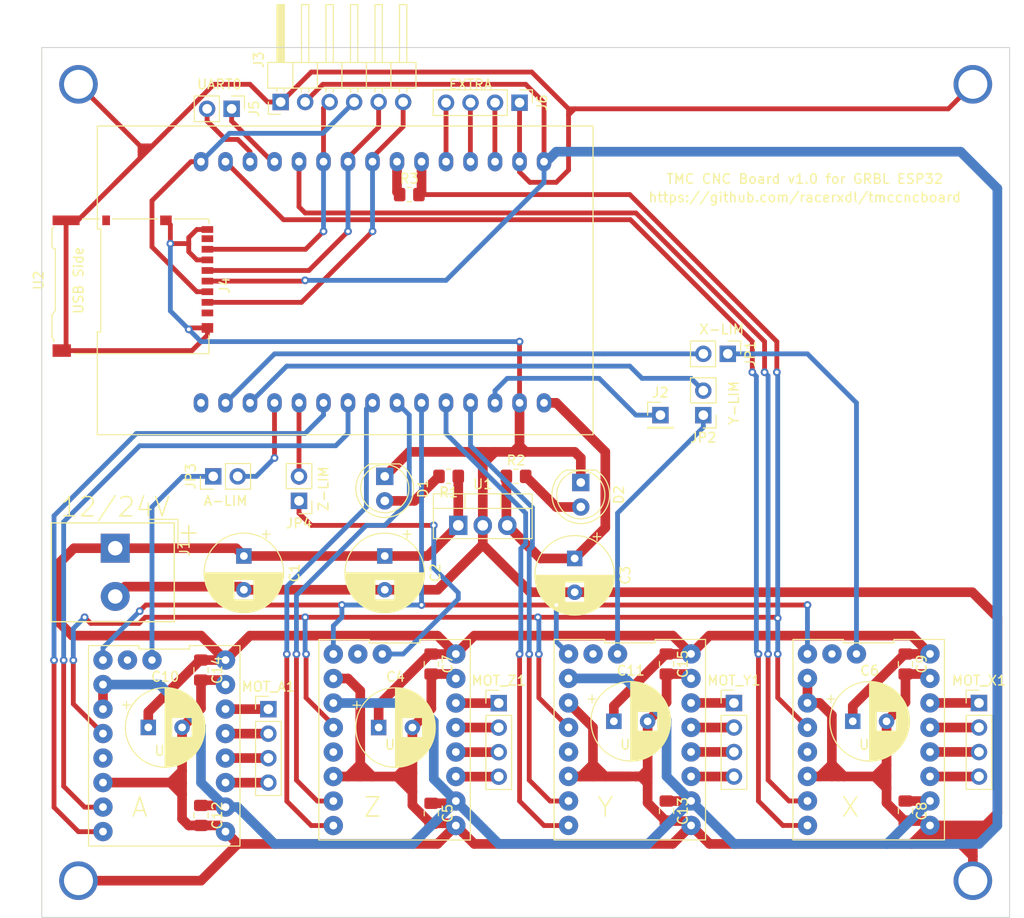
<source format=kicad_pcb>
(kicad_pcb (version 20211014) (generator pcbnew)
  (title_block (title "GRBL-ESP32 CNC Board for TMC2209 with Stallguard") (date "2022-01-01") (rev "1") (company "Teske's Lab"))
  (layers (0 "F.Cu" signal "cobre frontal") (31 "B.Cu" signal "Cobre traseira") (34 "B.Paste" user "Pasta traseira") (35 "F.Paste" user "Pasta frontal") (36 "B.SilkS" user "Serigrafia traseira") (37 "F.SilkS" user "Serigrafia frontal") (38 "B.Mask" user "Máscara traseira") (39 "F.Mask" user "Máscara frontal") (44 "Edge.Cuts" user "Cortes contorno"))
  (net 0 "")
  (net 1 "+24V")
  (net 2 "GND")
  (net 3 "+5V")
  (net 4 "+3V3")
  (net 5 "Net-(D1-Pad2)")
  (net 6 "Net-(D2-Pad2)")
  (net 7 "SD-MISO")
  (net 8 "SD-MOSI")
  (net 9 "SD-CLK")
  (net 10 "SD-CS")
  (net 13 "Net-(J5-Pad1)")
  (net 14 "Net-(J5-Pad2)")
  (net 15 "Net-(MOT_A1-Pad1)")
  (net 16 "Net-(MOT_A1-Pad2)")
  (net 17 "Net-(MOT_A1-Pad3)")
  (net 18 "Net-(MOT_A1-Pad4)")
  (net 19 "Net-(MOT_X1-Pad1)")
  (net 20 "Net-(MOT_X1-Pad2)")
  (net 21 "Net-(MOT_X1-Pad3)")
  (net 22 "Net-(MOT_X1-Pad4)")
  (net 23 "Net-(MOT_Y1-Pad1)")
  (net 24 "Net-(MOT_Y1-Pad2)")
  (net 25 "Net-(MOT_Y1-Pad3)")
  (net 26 "Net-(MOT_Y1-Pad4)")
  (net 27 "Net-(MOT_Z1-Pad1)")
  (net 28 "Net-(MOT_Z1-Pad2)")
  (net 29 "Net-(MOT_Z1-Pad3)")
  (net 30 "Net-(MOT_Z1-Pad4)")
  (net 31 "Net-(R3-Pad1)")
  (net 32 "MOT_UART")
  (net 33 "Y-STEP")
  (net 34 "Y-DIR")
  (net 35 "Z-STEP")
  (net 36 "Z-DIR")
  (net 37 "MOT-ENABLE")
  (net 38 "A-STEP")
  (net 39 "A-DIR")
  (net 40 "X-DIR")
  (net 41 "X-STEP")
  (net 43 "Z-DIAG")
  (net 46 "X-DIAG")
  (net 49 "A-DIAG")
  (net 52 "Y-DIAG")
  (net 55 "Net-(U2-Pad2)")
  (net 56 "Net-(U2-Pad3)")
  (net 57 "Net-(U2-Pad4)")
  (net 58 "Net-(U2-Pad5)")
  (net 59 "Net-(U2-Pad18)")
  (net 60 "Net-(U2-Pad19)")
  (net 61 "Net-(U2-Pad20)")
  (net 62 "Net-(U2-Pad13)")
  (footprint "TMC2209:ESP32 DEVKITV1" (layer "F.Cu") (at 133.28548 78.562865)
    (fp_text reference "U2")
    (fp_text value "ESP32_DEVKITV1")
  )
  (footprint "Capacitor_THT:CP_Radial_D8.0mm_P3.50mm" (layer "F.Cu") (at 158.302829 124.272865)
    (fp_text reference "C11")
    (fp_text value "100uF")
  )
  (footprint "Package_TO_SOT_THT:TO-220-3_Vertical" (layer "F.Cu") (at 142.17548 103.962865)
    (fp_text reference "U1")
    (fp_text value "LM7805_TO220")
  )
  (footprint "LED_THT:LED_D5.0mm" (layer "F.Cu") (at 154.87548 99.517865 -90)
    (fp_text reference "D2")
    (fp_text value "LED-5V")
  )
  (footprint "Capacitor_THT:CP_Radial_D8.0mm_P3.50mm" (layer "F.Cu") (at 154.24048 107.390214 -90)
    (fp_text reference "C3")
    (fp_text value "100uF")
  )
  (footprint "Capacitor_SMD:C_0805_2012Metric_Pad1.18x1.45mm_HandSolder" (layer "F.Cu") (at 139.383131 118.335365 -90)
    (fp_text reference "C7")
    (fp_text value "100nF")
  )
  (footprint "TMC2209:BTT-TMC2209" (layer "F.Cu") (at 184.72048 126.177865 -90)
    (fp_text reference "U4")
    (fp_text value "X - TMC2209 BTT v1.2")
  )
  (footprint "Resistor_SMD:R_0805_2012Metric_Pad1.20x1.40mm_HandSolder" (layer "F.Cu") (at 137.09548 69.672865)
    (fp_text reference "R3")
    (fp_text value "1K")
  )
  (footprint "Capacitor_SMD:C_0805_2012Metric_Pad1.18x1.45mm_HandSolder" (layer "F.Cu") (at 163.76548 133.575365 -90)
    (fp_text reference "C13")
    (fp_text value "100nF")
  )
  (footprint "Capacitor_SMD:C_0805_2012Metric_Pad1.18x1.45mm_HandSolder" (layer "F.Cu") (at 188.53048 133.575365 -90)
    (fp_text reference "C8")
    (fp_text value "100nF")
  )
  (footprint "LED_THT:LED_D5.0mm" (layer "F.Cu") (at 134.55548 98.882865 -90)
    (fp_text reference "D1")
    (fp_text value "LED-24V")
  )
  (footprint "Connector_PinHeader_2.54mm:PinHeader_1x02_P2.54mm_Vertical" (layer "F.Cu") (at 167.57548 92.537865 180)
    (fp_text reference "JP2")
    (fp_text value "Jumper_2_Bridged")
  )
  (footprint "Connector_PinHeader_2.54mm:PinHeader_1x04_P2.54mm_Vertical" (layer "F.Cu") (at 170.75048 122.377865)
    (fp_text reference "MOT_Y1")
    (fp_text value "Conn_01x04")
  )
  (footprint "Connector_PinHeader_2.54mm:PinHeader_1x04_P2.54mm_Vertical" (layer "F.Cu") (at 146.368131 122.387865)
    (fp_text reference "MOT_Z1")
    (fp_text value "Conn_01x04")
  )
  (footprint "Connector_PinHeader_2.54mm:PinHeader_1x02_P2.54mm_Vertical" (layer "F.Cu") (at 118.68048 60.782865 -90)
    (fp_text reference "J5")
    (fp_text value "UART0")
  )
  (footprint "TMC2209:BTT-TMC2209" (layer "F.Cu") (at 159.95548 126.177865 -90)
    (fp_text reference "U6")
    (fp_text value "Y - TMC2209 BTT v1.2")
  )
  (footprint "Connector_PinHeader_2.54mm:PinHeader_1x06_P2.54mm_Horizontal" (layer "F.Cu") (at 123.76048 60.077865 90)
    (fp_text reference "J3")
    (fp_text value "SD-MODULE")
  )
  (footprint "Resistor_SMD:R_0805_2012Metric_Pad1.20x1.40mm_HandSolder" (layer "F.Cu") (at 141.17548 98.882865 180)
    (fp_text reference "R1")
    (fp_text value "2k")
  )
  (footprint "Connector_PinHeader_2.54mm:PinHeader_1x02_P2.54mm_Vertical" (layer "F.Cu") (at 125.66548 101.422865 180)
    (fp_text reference "JP4")
    (fp_text value "Jumper_2_Bridged")
  )
  (footprint "TerminalBlock_Altech:Altech_AK300_1x02_P5.00mm_45-Degree" (layer "F.Cu") (at 106.61548 106.330516 -90)
    (fp_text reference "J1")
    (fp_text value "Conn_01x02_Male")
  )
  (footprint "Connector_PinHeader_2.54mm:PinHeader_1x04_P2.54mm_Vertical" (layer "F.Cu") (at 122.49048 123.012865)
    (fp_text reference "MOT_A1")
    (fp_text value "Conn_01x04")
  )
  (footprint "Capacitor_THT:CP_Radial_D8.0mm_P3.50mm" (layer "F.Cu") (at 134.55548 107.137865 -90)
    (fp_text reference "C2")
    (fp_text value "100uF")
  )
  (footprint "Connector_PinHeader_2.54mm:PinHeader_1x01_P2.54mm_Vertical" (layer "F.Cu") (at 163.13048 92.532865)
    (fp_text reference "J2")
    (fp_text value "Conn_01x01_Male")
  )
  (footprint "Capacitor_SMD:C_0805_2012Metric_Pad1.18x1.45mm_HandSolder" (layer "F.Cu") (at 115.50548 118.960365 -90)
    (fp_text reference "C14")
    (fp_text value "100nF")
  )
  (footprint "Connector_PinHeader_2.54mm:PinHeader_1x04_P2.54mm_Vertical" (layer "F.Cu") (at 148.52548 60.147865 -90)
    (fp_text reference "J6")
    (fp_text value "EXTRA1")
  )
  (footprint "Capacitor_SMD:C_0805_2012Metric_Pad1.18x1.45mm_HandSolder" (layer "F.Cu") (at 115.50548 134.030365 -90)
    (fp_text reference "C12")
    (fp_text value "100nF")
  )
  (footprint "Capacitor_SMD:C_0805_2012Metric_Pad1.18x1.45mm_HandSolder" (layer "F.Cu") (at 163.76548 118.335365 -90)
    (fp_text reference "C15")
    (fp_text value "100nF")
  )
  (footprint "Resistor_SMD:R_0805_2012Metric_Pad1.20x1.40mm_HandSolder" (layer "F.Cu") (at 148.16048 98.882865)
    (fp_text reference "R2")
    (fp_text value "470")
  )
  (footprint "Capacitor_THT:CP_Radial_D8.0mm_P3.50mm" (layer "F.Cu") (at 119.95048 107.137865 -90)
    (fp_text reference "C1")
    (fp_text value "100uF")
  )
  (footprint "TMC2209:BTT-TMC2209" (layer "F.Cu") (at 111.69548 126.812865 -90)
    (fp_text reference "U5")
    (fp_text value "A - TMC2209 BTT v1.2")
  )
  (footprint "Capacitor_SMD:C_0805_2012Metric_Pad1.18x1.45mm_HandSolder" (layer "F.Cu") (at 188.53048 118.335365 -90)
    (fp_text reference "C9")
    (fp_text value "100nF")
  )
  (footprint "Capacitor_SMD:C_0805_2012Metric_Pad1.18x1.45mm_HandSolder" (layer "F.Cu") (at 139.383131 133.807865 -90)
    (fp_text reference "C5")
    (fp_text value "100nF")
  )
  (footprint "Capacitor_THT:CP_Radial_D8.0mm_P3.50mm" (layer "F.Cu") (at 183.067829 124.272865)
    (fp_text reference "C6")
    (fp_text value "100uF")
  )
  (footprint "TMC2209:BTT-TMC2209" (layer "F.Cu") (at 135.573131 126.187865 -90)
    (fp_text reference "U3")
    (fp_text value "Z - TMC2209 BTT v1.2")
  )
  (footprint "Capacitor_THT:CP_Radial_D8.0mm_P3.50mm" (layer "F.Cu") (at 133.92048 124.917865)
    (fp_text reference "C4")
    (fp_text value "100uF")
  )
  (footprint "Capacitor_THT:CP_Radial_D8.0mm_P3.50mm" (layer "F.Cu") (at 110.042829 124.907865)
    (fp_text reference "C10")
    (fp_text value "100uF")
  )
  (footprint "Connector_Card:microSD_HC_Hirose_DM3AT-SF-PEJM5" (layer "F.Cu") (at 108.44548 79.167865 -90)
    (fp_text reference "J4")
    (fp_text value "Micro_SD_Card")
  )
  (footprint "Connector_PinHeader_2.54mm:PinHeader_1x02_P2.54mm_Vertical" (layer "F.Cu") (at 170.11548 86.182865 -90)
    (fp_text reference "JP1")
    (fp_text value "Jumper_2_Bridged")
  )
  (footprint "Connector_PinHeader_2.54mm:PinHeader_1x04_P2.54mm_Vertical" (layer "F.Cu") (at 196.15048 122.377865)
    (fp_text reference "MOT_X1")
    (fp_text value "Conn_01x04")
  )
  (footprint "Connector_PinHeader_2.54mm:PinHeader_1x02_P2.54mm_Vertical" (layer "F.Cu") (at 116.77548 98.882865 90)
    (fp_text reference "JP3")
    (fp_text value "Jumper_2_Bridged")
  )
  (gr_rect (start 98.99548 54.432865) (end 199.32548 144.602865) (layer "Edge.Cuts") (width 0.1) (fill none))
  (gr_text "Y" (at 157.41548 133.172865) (layer "F.SilkS") (effects (font (size 2 2))))
  (gr_text "Z" (at 133.28548 133.172865) (layer "F.SilkS") (effects (font (size 2 2))))
  (gr_text "+" (at 114.23548 104.597865) (layer "F.SilkS") (effects (font (size 2 2))))
  (gr_text "TMC CNC Board v1.0 for GRBL ESP32" (at 178.08798 68.050365) (layer "F.SilkS") (effects (font (size 1 1))))
  (gr_text "X" (at 182.81548 133.172865) (layer "F.SilkS") (effects (font (size 2 2))))
  (gr_text "https://github.com/racerxdl/tmccncboard" (at 178.08798 69.955365) (layer "F.SilkS") (effects (font (size 1 1))))
  (gr_text "X-LIM" (at 169.48048 83.642865) (layer "F.SilkS") (effects (font (size 1 1))))
  (gr_text "Z-LIM" (at 128.20548 100.152865 90) (layer "F.SilkS") (effects (font (size 1 1))))
  (gr_text "UART0" (at 117.41048 58.242865) (layer "F.SilkS") (effects (font (size 1 1))))
  (gr_text "Y-LIM" (at 170.75048 91.267865 90) (layer "F.SilkS") (effects (font (size 1 1))))
  (gr_text "A" (at 109.15548 133.172865) (layer "F.SilkS") (effects (font (size 2 2))))
  (gr_text "A-LIM" (at 118.04548 101.422865) (layer "F.SilkS") (effects (font (size 1 1))))
  (gr_text "EXTRA" (at 143.44548 58.242865) (layer "F.SilkS") (effects (font (size 1 1))))
  (gr_text "12/24V" (at 106.61548 102.057865) (layer "F.SilkS") (effects (font (size 2 2))))
  (segment (start 134.55548 107.137865) (end 139.00048 107.137865) (width 1) (layer "F.Cu") (net 1))
  (segment (start 106.61548 106.330516) (end 119.143131 106.330516) (width 1) (layer "F.Cu") (net 1))
  (segment (start 168.20048 115.392865) (end 166.30548 117.287865) (width 1) (layer "F.Cu") (net 1))
  (segment (start 102.17048 115.392865) (end 100.90048 114.122865) (width 1) (layer "F.Cu") (net 1))
  (segment (start 118.04548 117.922865) (end 115.50548 117.922865) (width 1) (layer "F.Cu") (net 1))
  (segment (start 158.302829 122.680192) (end 158.302829 124.272865) (width 1) (layer "F.Cu") (net 1))
  (segment (start 118.04548 117.922865) (end 115.51548 115.392865) (width 1) (layer "F.Cu") (net 1))
  (segment (start 115.50548 117.922865) (end 115.425156 117.922865) (width 1) (layer "F.Cu") (net 1))
  (segment (start 140.018131 115.392865) (end 141.923131 117.297865) (width 1) (layer "F.Cu") (net 1))
  (segment (start 115.425156 117.922865) (end 110.042829 123.305192) (width 1) (layer "F.Cu") (net 1))
  (segment (start 163.76548 117.297865) (end 163.685156 117.297865) (width 1) (layer "F.Cu") (net 1))
  (segment (start 143.828131 115.392865) (end 164.41048 115.392865) (width 1) (layer "F.Cu") (net 1))
  (segment (start 189.17548 115.392865) (end 168.20048 115.392865) (width 1) (layer "F.Cu") (net 1))
  (segment (start 188.53048 117.297865) (end 188.450156 117.297865) (width 1) (layer "F.Cu") (net 1))
  (segment (start 166.30548 117.287865) (end 163.77548 117.287865) (width 1) (layer "F.Cu") (net 1))
  (segment (start 141.923131 117.297865) (end 139.383131 117.297865) (width 1) (layer "F.Cu") (net 1))
  (segment (start 183.067829 122.680192) (end 183.067829 124.272865) (width 1) (layer "F.Cu") (net 1))
  (segment (start 115.51548 115.392865) (end 102.17048 115.392865) (width 1) (layer "F.Cu") (net 1))
  (segment (start 139.00048 107.137865) (end 142.17548 103.962865) (width 1) (layer "F.Cu") (net 1))
  (segment (start 164.41048 115.392865) (end 166.30548 117.287865) (width 1) (layer "F.Cu") (net 1))
  (segment (start 139.209103 117.297865) (end 133.92048 122.586488) (width 1) (layer "F.Cu") (net 1))
  (segment (start 120.57548 115.392865) (end 140.018131 115.392865) (width 1) (layer "F.Cu") (net 1))
  (segment (start 163.77548 117.287865) (end 163.76548 117.297865) (width 1) (layer "F.Cu") (net 1))
  (segment (start 139.383131 117.297865) (end 139.209103 117.297865) (width 1) (layer "F.Cu") (net 1))
  (segment (start 100.90048 114.122865) (end 100.90048 107.772865) (width 1) (layer "F.Cu") (net 1))
  (segment (start 188.54048 117.287865) (end 188.53048 117.297865) (width 1) (layer "F.Cu") (net 1))
  (segment (start 163.685156 117.297865) (end 158.302829 122.680192) (width 1) (layer "F.Cu") (net 1))
  (segment (start 191.07048 117.287865) (end 188.54048 117.287865) (width 1) (layer "F.Cu") (net 1))
  (segment (start 142.17548 98.882865) (end 142.17548 103.962865) (width 1) (layer "F.Cu") (net 1))
  (segment (start 102.342829 106.330516) (end 106.61548 106.330516) (width 1) (layer "F.Cu") (net 1))
  (segment (start 133.92048 122.586488) (end 133.92048 124.917865) (width 1) (layer "F.Cu") (net 1))
  (segment (start 191.07048 117.287865) (end 189.17548 115.392865) (width 1) (layer "F.Cu") (net 1))
  (segment (start 188.450156 117.297865) (end 183.067829 122.680192) (width 1) (layer "F.Cu") (net 1))
  (segment (start 119.143131 106.330516) (end 119.95048 107.137865) (width 1) (layer "F.Cu") (net 1))
  (segment (start 141.923131 117.297865) (end 143.828131 115.392865) (width 1) (layer "F.Cu") (net 1))
  (segment (start 110.042829 123.305192) (end 110.042829 124.907865) (width 1) (layer "F.Cu") (net 1))
  (segment (start 100.90048 107.772865) (end 102.342829 106.330516) (width 1) (layer "F.Cu") (net 1))
  (segment (start 119.95048 107.137865) (end 134.55548 107.137865) (width 1) (layer "F.Cu") (net 1))
  (segment (start 118.04548 117.922865) (end 120.57548 115.392865) (width 1) (layer "F.Cu") (net 1))
  (segment (start 114.23548 74.117865) (end 114.23548 74.752865) (width 0.5) (layer "F.Cu") (net 2))
  (segment (start 196.79548 135.067865) (end 198.05548 133.807865) (width 1) (layer "F.Cu") (net 2))
  (segment (start 144.71548 98.882865) (end 144.71548 103.962865) (width 1) (layer "F.Cu") (net 2))
  (segment (start 149.79548 56.972865) (end 153.60548 60.782865) (width 0.5) (layer "F.Cu") (net 2))
  (segment (start 186.567829 129.940214) (end 186.567829 128.785516) (width 1) (layer "F.Cu") (net 2))
  (segment (start 186.567829 128.785516) (end 186.567829 124.272865) (width 1) (layer "F.Cu") (net 2))
  (segment (start 116.17048 83.492865) (end 116.17048 84.247865) (width 0.5) (layer "F.Cu") (net 2))
  (segment (start 154.24048 110.890214) (end 195.457829 110.890214) (width 1) (layer "F.Cu") (net 2))
  (segment (start 119.32548 136.982865) (end 119.31548 136.982865) (width 1) (layer "F.Cu") (net 2))
  (segment (start 156.13548 124.897865) (end 156.13548 128.737865) (width 1) (layer "F.Cu") (net 2))
  (segment (start 112.34048 130.642865) (end 113.542829 131.845214) (width 1) (layer "F.Cu") (net 2))
  (segment (start 180.90048 128.737865) (end 180.92048 128.737865) (width 1) (layer "F.Cu") (net 2))
  (segment (start 115.50548 119.997865) (end 115.50548 122.945214) (width 1) (layer "F.Cu") (net 2))
  (segment (start 114.24548 74.117865) (end 114.23548 74.117865) (width 0.5) (layer "F.Cu") (net 2))
  (segment (start 194.24548 136.982865) (end 195.51548 136.982865) (width 1) (layer "F.Cu") (net 2))
  (segment (start 191.07048 135.067865) (end 189.15548 136.982865) (width 1) (layer "F.Cu") (net 2))
  (segment (start 101.52048 85.392865) (end 101.07048 85.842865) (width 0.5) (layer "F.Cu") (net 2))
  (segment (start 161.755178 129.987865) (end 160.58048 129.987865) (width 1) (layer "F.Cu") (net 2))
  (segment (start 115.50548 119.997865) (end 117.58048 119.997865) (width 1) (layer "F.Cu") (net 2))
  (segment (start 115.50548 119.997865) (end 115.34548 119.997865) (width 1) (layer "F.Cu") (net 2))
  (segment (start 101.52048 72.342865) (end 101.52048 85.392865) (width 0.5) (layer "F.Cu") (net 2))
  (segment (start 115.50548 135.067865) (end 114.22548 135.067865) (width 1) (layer "F.Cu") (net 2))
  (segment (start 109.189087 65.194258) (end 109.189087 65.896472) (width 0.5) (layer "F.Cu") (net 2))
  (segment (start 109.47298 64.910365) (end 109.756873 64.626472) (width 0.5) (layer "F.Cu") (net 2))
  (segment (start 112.34048 130.622865) (end 112.34048 130.642865) (width 1) (layer "F.Cu") (net 2))
  (segment (start 189.15548 136.982865) (end 168.22048 136.982865) (width 1) (layer "F.Cu") (net 2))
  (segment (start 130.74548 129.997865) (end 132.01548 128.727865) (width 1) (layer "F.Cu") (net 2))
  (segment (start 141.458131 119.372865) (end 141.923131 119.837865) (width 1) (layer "F.Cu") (net 2))
  (segment (start 112.33048 74.752865) (end 112.33048 72.802865) (width 0.5) (layer "F.Cu") (net 2))
  (segment (start 191.07048 135.067865) (end 196.79548 135.067865) (width 1) (layer "F.Cu") (net 2))
  (segment (start 148.52548 95.707865) (end 147.89048 96.342865) (width 1) (layer "F.Cu") (net 2))
  (segment (start 114.23548 75.602865) (end 115.07548 76.442865) (width 0.5) (layer "F.Cu") (net 2))
  (segment (start 161.120178 130.007865) (end 161.802829 130.690516) (width 1) (layer "F.Cu") (net 2))
  (segment (start 137.42048 131.577865) (end 137.42048 129.672865) (width 1) (layer "F.Cu") (net 2))
  (segment (start 115.50548 140.792865) (end 102.80548 140.792865) (width 1) (layer "F.Cu") (net 2))
  (segment (start 164.39048 136.982865) (end 166.30548 135.067865) (width 1) (layer "F.Cu") (net 2))
  (segment (start 163.76548 134.612865) (end 165.85048 134.612865) (width 1) (layer "F.Cu") (net 2))
  (segment (start 160.58048 129.987865) (end 153.60548 129.987865) (width 1) (layer "F.Cu") (net 2))
  (segment (start 102.80548 58.242865) (end 109.189087 64.626472) (width 0.5) (layer "F.Cu") (net 2))
  (segment (start 135.82548 129.997865) (end 137.42048 128.402865) (width 1) (layer "F.Cu") (net 2))
  (segment (start 165.85048 119.372865) (end 166.30548 119.827865) (width 1) (layer "F.Cu") (net 2))
  (segment (start 132.01548 129.997865) (end 133.28548 129.997865) (width 1) (layer "F.Cu") (net 2))
  (segment (start 181.55548 129.987865) (end 182.17048 129.987865) (width 1) (layer "F.Cu") (net 2))
  (segment (start 161.802829 129.940214) (end 161.755178 129.987865) (width 1) (layer "F.Cu") (net 2))
  (segment (start 139.383131 134.845365) (end 141.690631 134.845365) (width 1) (layer "F.Cu") (net 2))
  (segment (start 188.53048 134.612865) (end 190.61548 134.612865) (width 1) (layer "F.Cu") (net 2))
  (segment (start 147.89048 96.342865) (end 145.98548 96.342865) (width 1) (layer "F.Cu") (net 2))
  (segment (start 178.37048 119.827865) (end 178.37048 122.367865) (width 1) (layer "F.Cu") (net 2))
  (segment (start 113.475178 130.622865) (end 113.542829 130.690516) (width 1) (layer "F.Cu") (net 2))
  (segment (start 115.07048 73.292865) (end 114.24548 74.117865) (width 0.5) (layer "F.Cu") (net 2))
  (segment (start 102.742694 72.342865) (end 111.729087 63.356472) (width 0.5) (layer "F.Cu") (net 2))
  (segment (start 180.92048 128.737865) (end 182.17048 129.987865) (width 1) (layer "F.Cu") (net 2))
  (segment (start 122.42048 60.077865) (end 120.58548 58.242865) (width 0.5) (layer "F.Cu") (net 2))
  (segment (start 154.24048 60.782865) (end 192.97548 60.782865) (width 0.5) (layer "F.Cu") (net 2))
  (segment (start 137.40548 131.577865) (end 137.42048 131.577865) (width 1) (layer "F.Cu") (net 2))
  (segment (start 101.52048 72.342865) (end 102.742694 72.342865) (width 0.5) (layer "F.Cu") (net 2))
  (segment (start 143.44548 96.342865) (end 142.81048 96.342865) (width 1) (layer "F.Cu") (net 2))
  (segment (start 192.97548 60.782865) (end 195.51548 58.242865) (width 0.5) (layer "F.Cu") (net 2))
  (segment (start 180.90048 123.637865) (end 180.90048 128.737865) (width 1) (layer "F.Cu") (net 2))
  (segment (start 134.55548 98.882865) (end 137.09548 96.342865) (width 1) (layer "F.Cu") (net 2))
  (segment (start 132.01548 128.727865) (end 133.28548 129.997865) (width 1) (layer "F.Cu") (net 2))
  (segment (start 109.47298 64.910365) (end 109.189087 65.194258) (width 0.5) (layer "F.Cu") (net 2))
  (segment (start 139.383131 122.955214) (end 137.42048 124.917865) (width 1) (layer "F.Cu") (net 2))
  (segment (start 119.31548 136.982865) (end 115.50548 140.792865) (width 1) (layer "F.Cu") (net 2))
  (segment (start 155.52048 129.987865) (end 156.13548 129.987865) (width 1) (layer "F.Cu") (net 2))
  (segment (start 163.76548 119.372865) (end 165.85048 119.372865) (width 1) (layer "F.Cu") (net 2))
  (segment (start 117.41048 135.067865) (end 118.04548 135.702865) (width 1) (layer "F.Cu") (net 2))
  (segment (start 112.34048 130.622865) (end 113.542829 129.420516) (width 1) (layer "F.Cu") (net 2))
  (segment (start 178.37048 122.367865) (end 179.63048 122.367865) (width 1) (layer "F.Cu") (net 2))
  (segment (start 185.36548 129.987865) (end 186.567829 128.785516) (width 1) (layer "F.Cu") (net 2))
  (segment (start 153.60548 67.132865) (end 152.33548 68.402865) (width 0.5) (layer "F.Cu") (net 2))
  (segment (start 161.802829 130.690516) (end 161.802829 132.730538) (width 1) (layer "F.Cu") (net 2))
  (segment (start 116.17048 73.292865) (end 115.07048 73.292865) (width 0.5) (layer "F.Cu") (net 2))
  (segment (start 137.42048 132.963038) (end 137.42048 131.577865) (width 1) (layer "F.Cu") (net 2))
  (segment (start 154.87548 96.977865) (end 154.24048 96.342865) (width 1) (layer "F.Cu") (net 2))
  (segment (start 163.76548 122.310214) (end 161.802829 124.272865) (width 1) (layer "F.Cu") (net 2))
  (segment (start 185.34548 129.987865) (end 186.520178 129.987865) (width 1) (layer "F.Cu") (net 2))
  (segment (start 110.459087 64.626472) (end 110.141587 64.943972) (width 0.5) (layer "F.Cu") (net 2))
  (segment (start 156.13548 128.737865) (end 156.15548 128.737865) (width 1) (layer "F.Cu") (net 2))
  (segment (start 152.33548 68.402865) (end 149.59548 68.402865) (width 0.5) (layer "F.Cu") (net 2))
  (segment (start 154.88548 129.987865) (end 155.52048 129.987865) (width 1) (layer "F.Cu") (net 2))
  (segment (start 129.223131 129.997865) (end 130.74548 129.997865) (width 1) (layer "F.Cu") (net 2))
  (segment (start 137.09548 96.342865) (end 142.81048 96.342865) (width 1) (layer "F.Cu") (net 2))
  (segment (start 148.52548 84.912865) (end 148.52548 91.262865) (width 0.5) (layer "F.Cu") (net 2))
  (segment (start 156.13548 128.737865) (end 154.88548 129.987865) (width 1) (layer "F.Cu") (net 2))
  (segment (start 114.22548 135.067865) (end 113.542829 134.385214) (width 1) (layer "F.Cu") (net 2))
  (segment (start 148.52548 91.262865) (end 148.52548 95.707865) (width 1) (layer "F.Cu") (net 2))
  (segment (start 168.22048 136.982865) (end 166.30548 135.067865) (width 1) (layer "F.Cu") (net 2))
  (segment (start 163.76548 119.372865) (end 163.76548 122.310214) (width 1) (layer "F.Cu") (net 2))
  (segment (start 156.15548 128.737865) (end 157.40548 129.987865) (width 1) (layer "F.Cu") (net 2))
  (segment (start 109.189087 64.626472) (end 110.391873 64.626472) (width 0.5) (layer "F.Cu") (net 2))
  (segment (start 139.383131 119.605365) (end 139.615631 119.837865) (width 0.25) (layer "F.Cu") (net 2))
  (segment (start 195.51548 138.252865) (end 195.51548 140.792865) (width 1) (layer "F.Cu") (net 2))
  (segment (start 109.756873 64.626472) (end 110.391873 64.626472) (width 0.5) (layer "F.Cu") (net 2))
  (segment (start 132.01548 128.727865) (end 132.01548 129.997865) (width 1) (layer "F.Cu") (net 2))
  (segment (start 134.55548 110.637865) (end 119.95048 110.637865) (width 1) (layer "F.Cu") (net 2))
  (segment (start 137.42048 128.402865) (end 137.42048 124.917865) (width 1) (layer "F.Cu") (net 2))
  (segment (start 153.60548 60.782865) (end 153.60548 61.417865) (width 0.5) (layer "F.Cu") (net 2))
  (segment (start 116.17048 83.492865) (end 114.38548 83.492865) (width 0.5) (layer "F.Cu") (net 2))
  (segment (start 144.71548 97.612865) (end 143.44548 96.342865) (width 1) (layer "F.Cu") (net 2))
  (segment (start 114.23548 74.752865) (end 114.23548 75.602865) (width 0.5) (layer "F.Cu") (net 2))
  (segment (start 113.542829 130.690516) (end 113.542829 129.420516) (width 1) (layer "F.Cu") (net 2))
  (segment (start 180.90048 128.737865) (end 179.65048 129.987865) (width 1) (layer "F.Cu") (net 2))
  (segment (start 188.450156 134.612865) (end 186.567829 132.730538) (width 1) (layer "F.Cu") (net 2))
  (segment (start 117.58048 119.997865) (end 118.04548 120.462865) (width 1) (layer "F.Cu") (net 2))
  (segment (start 114.38548 83.492865) (end 114.23548 83.642865) (width 0.5) (layer "F.Cu") (net 2))
  (segment (start 188.53048 122.310214) (end 186.567829 124.272865) (width 1) (layer "F.Cu") (net 2))
  (segment (start 144.71548 96.342865) (end 145.98548 96.342865) (width 1) (layer "F.Cu") (net 2))
  (segment (start 149.16048 96.342865) (end 147.89048 96.342865) (width 1) (layer "F.Cu") (net 2))
  (segment (start 119.32548 136.982865) (end 140.018131 136.982865) (width 1) (layer "F.Cu") (net 2))
  (segment (start 196.79548 135.067865) (end 195.51548 136.347865) (width 1) (layer "F.Cu") (net 2))
  (segment (start 139.302807 134.845365) (end 137.42048 132.963038) (width 1) (layer "F.Cu") (net 2))
  (segment (start 186.567829 132.730538) (end 186.567829 131.210214) (width 1) (layer "F.Cu") (net 2))
  (segment (start 180.90048 128.737865) (end 180.90048 129.987865) (width 1) (layer "F.Cu") (net 2))
  (segment (start 139.383131 119.372865) (end 141.458131 119.372865) (width 1) (layer "F.Cu") (net 2))
  (segment (start 109.189087 64.626472) (end 109.47298 64.910365) (width 0.5) (layer "F.Cu") (net 2))
  (segment (start 135.82548 129.997865) (end 137.09548 129.997865) (width 1) (layer "F.Cu") (net 2))
  (segment (start 153.60548 129.987865) (end 154.88548 129.987865) (width 1) (layer "F.Cu") (net 2))
  (segment (start 153.60548 61.417865) (end 153.60548 67.132865) (width 0.5) (layer "F.Cu") (net 2))
  (segment (start 194.24548 136.982865) (end 195.51548 138.252865) (width 1) (layer "F.Cu") (net 2))
  (segment (start 115.50548 135.067865) (end 117.41048 135.067865) (width 1) (layer "F.Cu") (net 2))
  (segment (start 180.90048 129.987865) (end 181.55548 129.987865) (width 1) (layer "F.Cu") (net 2))
  (segment (start 107.633131 110.312865) (end 119.62548 110.312865) (width 1) (layer "F.Cu") (net 2))
  (segment (start 109.189087 65.896472) (end 106.60048 68.485078) (width 0.5) (layer "F.Cu") (net 2))
  (segment (start 156.13548 129.987865) (end 157.40548 129.987865) (width 1) (layer "F.Cu") (net 2))
  (segment (start 133.28548 129.997865) (end 135.82548 129.997865) (width 1) (layer "F.Cu") (net 2))
  (segment (start 144.71548 97.612865) (end 144.71548 98.882865) (width 1) (layer "F.Cu") (net 2))
  (segment (start 106.61548 111.330516) (end 107.633131 110.312865) (width 1) (layer "F.Cu") (net 2))
  (segment (start 113.542829 131.845214) (end 113.542829 130.690516) (width 1) (layer "F.Cu") (net 2))
  (segment (start 153.60548 122.367865) (end 156.13548 124.897865) (width 1) (layer "F.Cu") (net 2))
  (segment (start 109.824087 65.261472) (end 109.189087 65.896472) (width 0.5) (layer "F.Cu") (net 2))
  (segment (start 105.34548 130.622865) (end 112.34048 130.622865) (width 1) (layer "F.Cu") (net 2))
  (segment (start 161.120178 129.987865) (end 161.120178 130.007865) (width 1) (layer "F.Cu") (net 2))
  (segment (start 140.04048 110.637865) (end 144.71548 105.962865) (width 1) (layer "F.Cu") (net 2))
  (segment (start 161.802829 129.305214) (end 161.802829 129.940214) (width 1) (layer "F.Cu") (net 2))
  (segment (start 188.53048 134.612865) (end 188.450156 134.612865) (width 1) (layer "F.Cu") (net 2))
  (segment (start 180.90048 129.332865) (end 181.55548 129.987865) (width 1) (layer "F.Cu") (net 2))
  (segment (start 112.33048 72.802865) (end 111.87048 72.342865) (width 0.5) (layer "F.Cu") (net 2))
  (segment (start 148.52548 60.147865) (end 148.52548 66.262865) (width 0.5) (layer "F.Cu") (net 2))
  (segment (start 185.34548 129.987865) (end 185.36548 129.987865) (width 1) (layer "F.Cu") (net 2))
  (segment (start 132.01548 121.107865) (end 132.01548 128.727865) (width 1) (layer "F.Cu") (net 2))
  (segment (start 163.76548 134.612865) (end 163.685156 134.612865) (width 1) (layer "F.Cu") (net 2))
  (segment (start 149.16048 96.342865) (end 148.52548 95.707865) (width 1) (layer "F.Cu") (net 2))
  (segment (start 110.141587 64.943972) (end 109.824087 65.261472) (width 0.5) (layer "F.Cu") (net 2))
  (segment (start 149.59548 68.402865) (end 148.52548 67.332865) (width 0.5) (layer "F.Cu") (net 2))
  (segment (start 112.34048 130.622865) (end 113.475178 130.622865) (width 1) (layer "F.Cu") (net 2))
  (segment (start 145.98548 96.342865) (end 144.71548 97.612865) (width 1) (layer "F.Cu") (net 2))
  (segment (start 134.55548 110.637865) (end 140.04048 110.637865) (width 1) (layer "F.Cu") (net 2))
  (segment (start 113.542829 134.385214) (end 113.542829 131.845214) (width 1) (layer "F.Cu") (net 2))
  (segment (start 190.61548 134.612865) (end 191.07048 135.067865) (width 1) (layer "F.Cu") (net 2))
  (segment (start 109.189087 64.626472) (end 109.189087 65.194258) (width 0.5) (layer "F.Cu") (net 2))
  (segment (start 141.923131 135.077865) (end 143.828131 136.982865) (width 1) (layer "F.Cu") (net 2))
  (segment (start 144.71548 105.962865) (end 144.71548 103.962865) (width 1) (layer "F.Cu") (net 2))
  (segment (start 180.90048 128.737865) (end 180.90048 129.332865) (width 1) (layer "F.Cu") (net 2))
  (segment (start 109.506587 64.943972) (end 110.141587 64.943972) (width 0.5) (layer "F.Cu") (net 2))
  (segment (start 179.65048 129.987865) (end 180.90048 129.987865) (width 1) (layer "F.Cu") (net 2))
  (segment (start 189.15548 136.982865) (end 194.24548 136.982865) (width 1) (layer "F.Cu") (net 2))
  (segment (start 188.53048 119.372865) (end 188.53048 122.310214) (width 1) (layer "F.Cu") (net 2))
  (segment (start 148.52548 67.332865) (end 148.52548 66.262865) (width 0.5) (layer "F.Cu") (net 2))
  (segment (start 160.58048 129.987865) (end 161.120178 129.987865) (width 1) (layer "F.Cu") (net 2))
  (segment (start 116.17048 84.247865) (end 114.57548 85.842865) (width 0.5) (layer "F.Cu") (net 2))
  (segment (start 123.76048 60.077865) (end 123.83048 60.077865) (width 0.5) (layer "F.Cu") (net 2))
  (segment (start 110.391873 64.626472) (end 110.459087 64.626472) (width 0.5) (layer "F.Cu") (net 2))
  (segment (start 153.60548 60.782865) (end 154.24048 60.782865) (width 0.5) (layer "F.Cu") (net 2))
  (segment (start 139.383131 119.372865) (end 139.383131 122.955214) (width 1) (layer "F.Cu") (net 2))
  (segment (start 144.71548 105.962865) (end 149.642829 110.890214) (width 1) (layer "F.Cu") (net 2))
  (segment (start 130.74548 119.837865) (end 132.01548 121.107865) (width 1) (layer "F.Cu") (net 2))
  (segment (start 195.51548 136.347865) (end 195.51548 136.982865) (width 1) (layer "F.Cu") (net 2))
  (segment (start 109.47298 64.910365) (end 109.824087 65.261472) (width 0.5) (layer "F.Cu") (net 2))
  (segment (start 186.567829 131.210214) (end 186.567829 129.940214) (width 1) (layer "F.Cu") (net 2))
  (segment (start 109.47298 64.910365) (end 109.506587 64.943972) (width 0.5) (layer "F.Cu") (net 2))
  (segment (start 154.87548 99.517865) (end 154.87548 96.977865) (width 1) (layer "F.Cu") (net 2))
  (segment (start 144.71548 96.342865) (end 144.71548 98.882865) (width 1) (layer "F.Cu") (net 2))
  (segment (start 114.57548 85.842865) (end 101.07048 85.842865) (width 0.5) (layer "F.Cu") (net 2))
  (segment (start 156.13548 128.737865) (end 156.13548 129.987865) (width 1) (layer "F.Cu") (net 2))
  (segment (start 142.81048 96.342865) (end 144.71548 96.342865) (width 1) (layer "F.Cu") (net 2))
  (segment (start 195.51548 136.982865) (end 195.51548 138.252865) (width 1) (layer "F.Cu") (net 2))
  (segment (start 140.018131 136.982865) (end 141.923131 135.077865) (width 1) (layer "F.Cu") (net 2))
  (segment (start 157.40548 129.987865) (end 159.96548 129.987865) (width 1) (layer "F.Cu") (net 2))
  (segment (start 182.17048 129.987865) (end 185.34548 129.987865) (width 1) (layer "F.Cu") (net 2))
  (segment (start 139.383131 134.845365) (end 139.615631 135.077865) (width 0.25) (layer "F.Cu") (net 2))
  (segment (start 115.07548 76.442865) (end 116.17048 76.442865) (width 0.5) (layer "F.Cu") (net 2))
  (segment (start 116.842693 58.242865) (end 111.729087 63.356472) (width 0.5) (layer "F.Cu") (net 2))
  (segment (start 137.42048 129.672865) (end 137.42048 128.402865) (width 1) (layer "F.Cu") (net 2))
  (segment (start 111.729087 63.356472) (end 110.459087 64.626472) (width 0.5) (layer "F.Cu") (net 2))
  (segment (start 186.520178 129.987865) (end 186.567829 129.940214) (width 1) (layer "F.Cu") (net 2))
  (segment (start 129.223131 119.837865) (end 130.74548 119.837865) (width 1) (layer "F.Cu") (net 2))
  (segment (start 130.74548 129.997865) (end 132.01548 129.997865) (width 1) (layer "F.Cu") (net 2))
  (segment (start 113.542829 129.420516) (end 113.542829 124.907865) (width 1) (layer "F.Cu") (net 2))
  (segment (start 161.802829 124.272865) (end 161.802829 129.305214) (width 1) (layer "F.Cu") (net 2))
  (segment (start 190.61548 119.372865) (end 191.07048 119.827865) (width 1) (layer "F.Cu") (net 2))
  (segment (start 161.120178 129.987865) (end 161.802829 129.305214) (width 1) (layer "F.Cu") (net 2))
  (segment (start 179.63048 122.367865) (end 180.90048 123.637865) (width 1) (layer "F.Cu") (net 2))
  (segment (start 123.83048 60.077865) (end 126.93548 56.972865) (width 0.5) (layer "F.Cu") (net 2))
  (segment (start 154.24048 96.342865) (end 149.16048 96.342865) (width 1) (layer "F.Cu") (net 2))
  (segment (start 114.23548 74.752865) (end 112.33048 74.752865) (width 0.5) (layer "F.Cu") (net 2))
  (segment (start 143.828131 136.982865) (end 164.39048 136.982865) (width 1) (layer "F.Cu") (net 2))
  (segment (start 118.04548 135.702865) (end 119.32548 136.982865) (width 1) (layer "F.Cu") (net 2))
  (segment (start 163.685156 134.612865) (end 162.052818 132.980527) (width 1) (layer "F.Cu") (net 2))
  (segment (start 161.802829 129.940214) (end 161.802829 130.690516) (width 1) (layer "F.Cu") (net 2))
  (segment (start 123.76048 60.077865) (end 122.42048 60.077865) (width 0.5) (layer "F.Cu") (net 2))
  (segment (start 115.50548 122.945214) (end 113.542829 124.907865) (width 1) (layer "F.Cu") (net 2))
  (segment (start 137.09548 129.997865) (end 137.42048 129.672865) (width 1) (layer "F.Cu") (net 2))
  (segment (start 165.85048 134.612865) (end 166.30548 135.067865) (width 1) (layer "F.Cu") (net 2))
  (segment (start 195.457829 110.890214) (end 198.05548 113.487865) (width 1) (layer "F.Cu") (net 2))
  (segment (start 185.34548 129.987865) (end 186.567829 131.210214) (width 1) (layer "F.Cu") (net 2))
  (segment (start 139.383131 134.845365) (end 139.302807 134.845365) (width 1) (layer "F.Cu") (net 2))
  (segment (start 198.05548 113.487865) (end 198.05548 133.807865) (width 1) (layer "F.Cu") (net 2))
  (segment (start 188.53048 119.372865) (end 190.61548 119.372865) (width 1) (layer "F.Cu") (net 2))
  (segment (start 119.62548 110.312865) (end 119.95048 110.637865) (width 1) (layer "F.Cu") (net 2))
  (segment (start 126.93548 56.972865) (end 149.79548 56.972865) (width 0.5) (layer "F.Cu") (net 2))
  (segment (start 135.82548 129.997865) (end 137.40548 131.577865) (width 1) (layer "F.Cu") (net 2))
  (segment (start 141.690631 134.845365) (end 141.923131 135.077865) (width 1) (layer "F.Cu") (net 2))
  (segment (start 149.642829 110.890214) (end 154.24048 110.890214) (width 1) (layer "F.Cu") (net 2))
  (segment (start 178.37048 129.987865) (end 179.65048 129.987865) (width 1) (layer "F.Cu") (net 2))
  (segment (start 120.58548 58.242865) (end 116.842693 58.242865) (width 0.5) (layer "F.Cu") (net 2))
  (segment (start 154.24048 60.782865) (end 153.60548 61.417865) (width 0.5) (layer "F.Cu") (net 2))
  (segment (start 161.802829 132.730538) (end 162.052818 132.980527) (width 1) (layer "F.Cu") (net 2))
  (via (at 112.33048 74.752865) (size 0.8) (drill 0.4) (layers "F.Cu" "B.Cu") (net 2))
  (via (at 114.23548 83.642865) (size 0.8) (drill 0.4) (layers "F.Cu" "B.Cu") (net 2))
  (via (at 102.80548 58.242865) (size 4) (drill 3) (layers "F.Cu" "B.Cu") (net 2))
  (via (at 102.80548 140.792865) (size 4) (drill 3) (layers "F.Cu" "B.Cu") (net 2))
  (via (at 148.52548 84.912865) (size 0.8) (drill 0.4) (layers "F.Cu" "B.Cu") (net 2))
  (via (at 195.51548 58.242865) (size 4) (drill 3) (layers "F.Cu" "B.Cu") (net 2))
  (via (at 195.51548 140.792865) (size 4) (drill 3) (layers "F.Cu" "B.Cu") (net 2))
  (segment (start 112.33048 74.752865) (end 112.33048 81.737865) (width 0.5) (layer "B.Cu") (net 2))
  (segment (start 148.52548 84.912865) (end 115.50548 84.912865) (width 0.5) (layer "B.Cu") (net 2))
  (segment (start 115.50548 84.912865) (end 114.23548 83.642865) (width 0.5) (layer "B.Cu") (net 2))
  (segment (start 112.33048 81.737865) (end 114.23548 83.642865) (width 0.5) (layer "B.Cu") (net 2))
  (segment (start 147.16048 103.867865) (end 147.25548 103.962865) (width 1) (layer "F.Cu") (net 3))
  (segment (start 147.16048 98.882865) (end 147.16048 103.867865) (width 1) (layer "F.Cu") (net 3))
  (segment (start 154.24048 107.390214) (end 150.682829 107.390214) (width 1) (layer "F.Cu") (net 3))
  (segment (start 154.24048 107.390214) (end 157.41548 104.215214) (width 1) (layer "F.Cu") (net 3))
  (segment (start 150.682829 107.390214) (end 147.25548 103.962865) (width 1) (layer "F.Cu") (net 3))
  (segment (start 157.41548 96.342865) (end 152.33548 91.262865) (width 1) (layer "F.Cu") (net 3))
  (segment (start 157.41548 104.215214) (end 157.41548 96.342865) (width 1) (layer "F.Cu") (net 3))
  (segment (start 152.33548 91.262865) (end 151.06548 91.262865) (width 1) (layer "F.Cu") (net 3))
  (segment (start 141.690631 132.770365) (end 141.923131 132.537865) (width 1) (layer "F.Cu") (net 4))
  (segment (start 128.13548 58.242865) (end 149.16048 58.242865) (width 0.5) (layer "F.Cu") (net 4))
  (segment (start 126.30048 60.077865) (end 128.13548 58.242865) (width 0.5) (layer "F.Cu") (net 4))
  (segment (start 191.06048 132.537865) (end 191.07048 132.527865) (width 1) (layer "F.Cu") (net 4))
  (segment (start 117.87548 132.992865) (end 118.04548 133.162865) (width 1) (layer "F.Cu") (net 4))
  (segment (start 139.383131 132.770365) (end 141.690631 132.770365) (width 1) (layer "F.Cu") (net 4))
  (segment (start 163.76548 132.537865) (end 166.29548 132.537865) (width 1) (layer "F.Cu") (net 4))
  (segment (start 105.34548 120.462865) (end 105.34548 123.002865) (width 1) (layer "F.Cu") (net 4))
  (segment (start 166.29548 132.537865) (end 166.30548 132.527865) (width 1) (layer "F.Cu") (net 4))
  (segment (start 115.50548 132.992865) (end 117.87548 132.992865) (width 1) (layer "F.Cu") (net 4))
  (segment (start 126.22048 78.642865) (end 116.17048 78.642865) (width 0.5) (layer "F.Cu") (net 4))
  (segment (start 126.30048 78.562865) (end 126.22048 78.642865) (width 0.5) (layer "F.Cu") (net 4))
  (segment (start 151.06548 60.147865) (end 151.06548 66.262865) (width 0.5) (layer "F.Cu") (net 4))
  (segment (start 149.16048 58.242865) (end 151.06548 60.147865) (width 0.5) (layer "F.Cu") (net 4))
  (segment (start 188.53048 132.537865) (end 191.06048 132.537865) (width 1) (layer "F.Cu") (net 4))
  (via (at 126.30048 78.562865) (size 0.8) (drill 0.4) (layers "F.Cu" "B.Cu") (net 4))
  (segment (start 161.85048 136.982865) (end 146.368131 136.982865) (width 1) (layer "B.Cu") (net 4))
  (segment (start 186.61548 136.982865) (end 191.07048 132.527865) (width 1) (layer "B.Cu") (net 4))
  (segment (start 111.218459 120.462865) (end 115.50548 124.749886) (width 1) (layer "B.Cu") (net 4))
  (segment (start 198.05548 135.077865) (end 198.05548 69.037865) (width 1) (layer "B.Cu") (net 4))
  (segment (start 186.61548 136.982865) (end 196.15048 136.982865) (width 1) (layer "B.Cu") (net 4))
  (segment (start 163.76548 129.987865) (end 166.30548 132.527865) (width 1) (layer "B.Cu") (net 4))
  (segment (start 129.223131 122.377865) (end 137.73048 122.377865) (width 1) (layer "B.Cu") (net 4))
  (segment (start 119.30548 133.162865) (end 123.12548 136.982865) (width 1) (layer "B.Cu") (net 4))
  (segment (start 126.30048 78.562865) (end 140.90548 78.562865) (width 0.5) (layer "B.Cu") (net 4))
  (segment (start 198.05548 69.037865) (end 194.24548 65.227865) (width 1) (layer "B.Cu") (net 4))
  (segment (start 118.04548 133.162865) (end 119.30548 133.162865) (width 1) (layer "B.Cu") (net 4))
  (segment (start 139.63548 124.282865) (end 139.63548 130.250214) (width 1) (layer "B.Cu") (net 4))
  (segment (start 166.30548 132.527865) (end 161.85048 136.982865) (width 1) (layer "B.Cu") (net 4))
  (segment (start 151.30048 66.262865) (end 151.06548 66.262865) (width 1) (layer "B.Cu") (net 4))
  (segment (start 151.06548 68.402865) (end 151.06548 66.262865) (width 0.5) (layer "B.Cu") (net 4))
  (segment (start 137.73048 122.377865) (end 139.63548 124.282865) (width 1) (layer "B.Cu") (net 4))
  (segment (start 166.30548 132.527865) (end 170.76048 136.982865) (width 1) (layer "B.Cu") (net 4))
  (segment (start 123.12548 136.982865) (end 137.478131 136.982865) (width 1) (layer "B.Cu") (net 4))
  (segment (start 153.60548 119.827865) (end 159.478459 119.827865) (width 1) (layer "B.Cu") (net 4))
  (segment (start 163.76548 124.114886) (end 163.76548 129.987865) (width 1) (layer "B.Cu") (net 4))
  (segment (start 146.368131 136.982865) (end 141.923131 132.537865) (width 1) (layer "B.Cu") (net 4))
  (segment (start 194.24548 65.227865) (end 152.33548 65.227865) (width 1) (layer "B.Cu") (net 4))
  (segment (start 170.76048 136.982865) (end 186.61548 136.982865) (width 1) (layer "B.Cu") (net 4))
  (segment (start 152.33548 65.227865) (end 151.30048 66.262865) (width 1) (layer "B.Cu") (net 4))
  (segment (start 196.15048 136.982865) (end 198.05548 135.077865) (width 1) (layer "B.Cu") (net 4))
  (segment (start 140.90548 78.562865) (end 151.06548 68.402865) (width 0.5) (layer "B.Cu") (net 4))
  (segment (start 115.50548 124.749886) (end 115.50548 130.622865) (width 1) (layer "B.Cu") (net 4))
  (segment (start 139.63548 130.250214) (end 141.923131 132.537865) (width 1) (layer "B.Cu") (net 4))
  (segment (start 115.50548 130.622865) (end 118.04548 133.162865) (width 1) (layer "B.Cu") (net 4))
  (segment (start 137.478131 136.982865) (end 141.923131 132.537865) (width 1) (layer "B.Cu") (net 4))
  (segment (start 105.34548 120.462865) (end 111.218459 120.462865) (width 1) (layer "B.Cu") (net 4))
  (segment (start 159.478459 119.827865) (end 163.76548 124.114886) (width 1) (layer "B.Cu") (net 4))
  (segment (start 137.63548 101.422865) (end 134.55548 101.422865) (width 1) (layer "F.Cu") (net 5))
  (segment (start 140.17548 98.882865) (end 137.63548 101.422865) (width 1) (layer "F.Cu") (net 5))
  (segment (start 152.33548 102.057865) (end 154.87548 102.057865) (width 1) (layer "F.Cu") (net 6))
  (segment (start 149.16048 98.882865) (end 152.33548 102.057865) (width 1) (layer "F.Cu") (net 6))
  (segment (start 128.20548 60.712865) (end 128.20548 66.262865) (width 0.5) (layer "F.Cu") (net 7))
  (segment (start 128.20548 73.482865) (end 126.34548 75.342865) (width 0.5) (layer "F.Cu") (net 7))
  (segment (start 126.34548 75.342865) (end 116.17048 75.342865) (width 0.5) (layer "F.Cu") (net 7))
  (segment (start 128.84048 60.077865) (end 128.20548 60.712865) (width 0.5) (layer "F.Cu") (net 7))
  (via (at 128.20548 73.482865) (size 0.8) (drill 0.4) (layers "F.Cu" "B.Cu") (net 7))
  (segment (start 128.20548 73.482865) (end 128.20548 66.262865) (width 0.5) (layer "B.Cu") (net 7))
  (segment (start 115.07048 79.742865) (end 110.42548 75.097865) (width 0.5) (layer "F.Cu") (net 8))
  (segment (start 110.42548 70.307865) (end 114.47048 66.262865) (width 0.5) (layer "F.Cu") (net 8))
  (segment (start 116.17048 79.742865) (end 115.07048 79.742865) (width 0.5) (layer "F.Cu") (net 8))
  (segment (start 114.47048 66.262865) (end 115.50548 66.262865) (width 0.5) (layer "F.Cu") (net 8))
  (segment (start 110.42548 75.097865) (end 110.42548 70.307865) (width 0.5) (layer "F.Cu") (net 8))
  (segment (start 115.50548 66.262865) (end 118.44548 63.322865) (width 0.5) (layer "B.Cu") (net 8))
  (segment (start 118.44548 63.322865) (end 128.13548 63.322865) (width 0.5) (layer "B.Cu") (net 8))
  (segment (start 128.13548 63.322865) (end 131.38048 60.077865) (width 0.5) (layer "B.Cu") (net 8))
  (segment (start 130.74548 73.482865) (end 126.68548 77.542865) (width 0.5) (layer "F.Cu") (net 9))
  (segment (start 133.92048 60.077865) (end 133.92048 62.687865) (width 0.5) (layer "F.Cu") (net 9))
  (segment (start 130.74548 65.862865) (end 130.74548 66.262865) (width 0.5) (layer "F.Cu") (net 9))
  (segment (start 133.92048 62.687865) (end 130.74548 65.862865) (width 0.5) (layer "F.Cu") (net 9))
  (segment (start 126.68548 77.542865) (end 116.17048 77.542865) (width 0.5) (layer "F.Cu") (net 9))
  (via (at 130.74548 73.482865) (size 0.8) (drill 0.4) (layers "F.Cu" "B.Cu") (net 9))
  (segment (start 130.74548 73.482865) (end 130.74548 66.262865) (width 0.5) (layer "B.Cu") (net 9))
  (segment (start 133.28548 66.262865) (end 133.28548 65.792865) (width 0.5) (layer "F.Cu") (net 10))
  (segment (start 133.28548 73.482865) (end 125.92548 80.842865) (width 0.5) (layer "F.Cu") (net 10))
  (segment (start 136.46048 62.617865) (end 136.46048 60.077865) (width 0.5) (layer "F.Cu") (net 10))
  (segment (start 133.28548 65.792865) (end 136.46048 62.617865) (width 0.5) (layer "F.Cu") (net 10))
  (segment (start 125.92548 80.842865) (end 116.17048 80.842865) (width 0.5) (layer "F.Cu") (net 10))
  (via (at 133.28548 73.482865) (size 0.8) (drill 0.4) (layers "F.Cu" "B.Cu") (net 10))
  (segment (start 133.28548 73.482865) (end 133.28548 66.262865) (width 0.5) (layer "B.Cu") (net 10))
  (segment (start 118.68048 62.052865) (end 122.89048 66.262865) (width 0.5) (layer "F.Cu") (net 13))
  (segment (start 118.68048 60.782865) (end 118.68048 62.052865) (width 0.5) (layer "F.Cu") (net 13))
  (segment (start 122.89048 66.262865) (end 123.12548 66.262865) (width 0.5) (layer "F.Cu") (net 13))
  (segment (start 120.58548 65.227865) (end 120.58548 66.262865) (width 0.5) (layer "F.Cu") (net 14))
  (segment (start 119.31548 63.957865) (end 120.58548 65.227865) (width 0.5) (layer "F.Cu") (net 14))
  (segment (start 118.04548 63.957865) (end 119.31548 63.957865) (width 0.5) (layer "F.Cu") (net 14))
  (segment (start 116.14048 62.052865) (end 118.04548 63.957865) (width 0.5) (layer "F.Cu") (net 14))
  (segment (start 116.14048 60.782865) (end 116.14048 62.052865) (width 0.5) (layer "F.Cu") (net 14))
  (segment (start 118.05548 123.012865) (end 118.04548 123.002865) (width 1) (layer "F.Cu") (net 15))
  (segment (start 122.49048 123.012865) (end 118.05548 123.012865) (width 1) (layer "F.Cu") (net 15))
  (segment (start 118.05548 125.552865) (end 118.04548 125.542865) (width 1) (layer "F.Cu") (net 16))
  (segment (start 122.49048 125.552865) (end 118.05548 125.552865) (width 1) (layer "F.Cu") (net 16))
  (segment (start 122.48048 128.082865) (end 122.49048 128.092865) (width 1) (layer "F.Cu") (net 17))
  (segment (start 118.04548 128.082865) (end 122.48048 128.082865) (width 1) (layer "F.Cu") (net 17))
  (segment (start 118.05548 130.632865) (end 118.04548 130.622865) (width 1) (layer "F.Cu") (net 18))
  (segment (start 122.49048 130.632865) (end 118.05548 130.632865) (width 1) (layer "F.Cu") (net 18))
  (segment (start 191.07048 122.367865) (end 196.14048 122.367865) (width 1) (layer "F.Cu") (net 19))
  (segment (start 196.14048 122.367865) (end 196.15048 122.377865) (width 1) (layer "F.Cu") (net 19))
  (segment (start 191.08048 124.917865) (end 191.07048 124.907865) (width 1) (layer "F.Cu") (net 20))
  (segment (start 196.15048 124.917865) (end 191.08048 124.917865) (width 1) (layer "F.Cu") (net 20))
  (segment (start 196.14048 127.447865) (end 196.15048 127.457865) (width 1) (layer "F.Cu") (net 21))
  (segment (start 191.07048 127.447865) (end 196.14048 127.447865) (width 1) (layer "F.Cu") (net 21))
  (segment (start 191.08048 129.997865) (end 191.07048 129.987865) (width 1) (layer "F.Cu") (net 22))
  (segment (start 196.15048 129.997865) (end 191.08048 129.997865) (width 1) (layer "F.Cu") (net 22))
  (segment (start 166.30548 122.367865) (end 170.74048 122.367865) (width 1) (layer "F.Cu") (net 23))
  (segment (start 170.74048 122.367865) (end 170.75048 122.377865) (width 1) (layer "F.Cu") (net 23))
  (segment (start 170.75048 124.917865) (end 166.31548 124.917865) (width 1) (layer "F.Cu") (net 24))
  (segment (start 166.31548 124.917865) (end 166.30548 124.907865) (width 1) (layer "F.Cu") (net 24))
  (segment (start 166.30548 127.447865) (end 170.74048 127.447865) (width 1) (layer "F.Cu") (net 25))
  (segment (start 170.74048 127.447865) (end 170.75048 127.457865) (width 1) (layer "F.Cu") (net 25))
  (segment (start 166.31548 129.997865) (end 166.30548 129.987865) (width 1) (layer "F.Cu") (net 26))
  (segment (start 170.75048 129.997865) (end 166.31548 129.997865) (width 1) (layer "F.Cu") (net 26))
  (segment (start 146.368131 122.387865) (end 141.933131 122.387865) (width 1) (layer "F.Cu") (net 27))
  (segment (start 141.933131 122.387865) (end 141.923131 122.377865) (width 1) (layer "F.Cu") (net 27))
  (segment (start 146.358131 124.917865) (end 146.368131 124.927865) (width 1) (layer "F.Cu") (net 28))
  (segment (start 141.923131 124.917865) (end 146.358131 124.917865) (width 1) (layer "F.Cu") (net 28))
  (segment (start 141.933131 127.467865) (end 141.923131 127.457865) (width 1) (layer "F.Cu") (net 29))
  (segment (start 146.368131 127.467865) (end 141.933131 127.467865) (width 1) (layer "F.Cu") (net 29))
  (segment (start 146.368131 130.007865) (end 141.933131 130.007865) (width 1) (layer "F.Cu") (net 30))
  (segment (start 141.933131 130.007865) (end 141.923131 129.997865) (width 1) (layer "F.Cu") (net 30))
  (segment (start 135.82548 69.402865) (end 136.09548 69.672865) (width 1) (layer "F.Cu") (net 31))
  (segment (start 135.82548 66.262865) (end 135.82548 69.402865) (width 1) (layer "F.Cu") (net 31))
  (segment (start 150.43048 113.487865) (end 175.19548 113.487865) (width 0.5) (layer "F.Cu") (net 32))
  (segment (start 138.36548 66.262865) (end 138.36548 69.402865) (width 1) (layer "F.Cu") (net 32))
  (segment (start 129.48048 124.917865) (end 126.399486 121.836871) (width 0.5) (layer "F.Cu") (net 32))
  (segment (start 105.35048 125.552865) (end 102.269486 122.471871) (width 0.5) (layer "F.Cu") (net 32))
  (segment (start 175.19548 84.912865) (end 159.95548 69.672865) (width 0.5) (layer "F.Cu") (net 32))
  (segment (start 109.721871 113.487865) (end 126.30048 113.487865) (width 0.5) (layer "F.Cu") (net 32))
  (segment (start 159.95548 69.672865) (end 138.09548 69.672865) (width 0.5) (layer "F.Cu") (net 32))
  (segment (start 138.36548 69.402865) (end 138.09548 69.672865) (width 1) (layer "F.Cu") (net 32))
  (segment (start 103.44048 113.487865) (end 104.07548 114.122865) (width 0.5) (layer "F.Cu") (net 32))
  (segment (start 178.37048 124.907865) (end 175.289486 121.826871) (width 0.5) (layer "F.Cu") (net 32))
  (segment (start 109.086871 114.122865) (end 109.721871 113.487865) (width 0.5) (layer "F.Cu") (net 32))
  (segment (start 175.19548 88.087865) (end 175.19548 84.912865) (width 0.5) (layer "F.Cu") (net 32))
  (segment (start 104.07548 114.122865) (end 109.086871 114.122865) (width 0.5) (layer "F.Cu") (net 32))
  (segment (start 102.269486 122.471871) (end 102.269486 117.942865) (width 0.5) (layer "F.Cu") (net 32))
  (segment (start 126.30048 113.487865) (end 150.43048 113.487865) (width 0.5) (layer "F.Cu") (net 32))
  (segment (start 175.289486 121.826871) (end 175.289486 117.297865) (width 0.5) (layer "F.Cu") (net 32))
  (segment (start 153.61048 124.917865) (end 150.529486 121.836871) (width 0.5) (layer "F.Cu") (net 32))
  (segment (start 175.19548 113.487865) (end 175.289486 113.581871) (width 0.5) (layer "F.Cu") (net 32))
  (segment (start 126.399486 121.836871) (end 126.399486 117.307865) (width 0.5) (layer "F.Cu") (net 32))
  (segment (start 150.529486 121.836871) (end 150.529486 117.307865) (width 0.5) (layer "F.Cu") (net 32))
  (via (at 126.399486 117.307865) (size 0.8) (drill 0.4) (layers "F.Cu" "B.Cu") (net 32))
  (via (at 102.269486 117.942865) (size 0.8) (drill 0.4) (layers "F.Cu" "B.Cu") (net 32))
  (via (at 126.30048 113.487865) (size 0.8) (drill 0.4) (layers "F.Cu" "B.Cu") (net 32))
  (via (at 175.289486 113.581871) (size 0.8) (drill 0.4) (layers "F.Cu" "B.Cu") (net 32))
  (via (at 103.44048 113.487865) (size 0.8) (drill 0.4) (layers "F.Cu" "B.Cu") (net 32))
  (via (at 150.43048 113.487865) (size 0.8) (drill 0.4) (layers "F.Cu" "B.Cu") (net 32))
  (via (at 175.19548 88.087865) (size 0.8) (drill 0.4) (layers "F.Cu" "B.Cu") (net 32))
  (via (at 175.289486 117.297865) (size 0.8) (drill 0.4) (layers "F.Cu" "B.Cu") (net 32))
  (via (at 150.529486 117.307865) (size 0.8) (drill 0.4) (layers "F.Cu" "B.Cu") (net 32))
  (segment (start 175.289486 88.181871) (end 175.19548 88.087865) (width 0.5) (layer "B.Cu") (net 32))
  (segment (start 102.269486 117.942865) (end 102.269486 114.658859) (width 0.5) (layer "B.Cu") (net 32))
  (segment (start 102.269486 114.658859) (end 103.44048 113.487865) (width 0.5) (layer "B.Cu") (net 32))
  (segment (start 150.529486 113.586871) (end 150.43048 113.487865) (width 0.5) (layer "B.Cu") (net 32))
  (segment (start 126.30048 117.208859) (end 126.399486 117.307865) (width 0.5) (layer "B.Cu") (net 32))
  (segment (start 175.289486 113.581871) (end 175.289486 88.181871) (width 0.5) (layer "B.Cu") (net 32))
  (segment (start 150.529486 117.307865) (end 150.529486 113.586871) (width 0.5) (layer "B.Cu") (net 32))
  (segment (start 126.30048 113.487865) (end 126.30048 117.208859) (width 0.5) (layer "B.Cu") (net 32))
  (segment (start 175.289486 117.297865) (end 175.289486 113.581871) (width 0.5) (layer "B.Cu") (net 32))
  (segment (start 153.61048 132.537865) (end 151.69548 132.537865) (width 0.5) (layer "F.Cu") (net 33))
  (segment (start 149.529983 130.372368) (end 149.529983 117.307865) (width 0.5) (layer "F.Cu") (net 33))
  (segment (start 151.69548 132.537865) (end 149.529983 130.372368) (width 0.5) (layer "F.Cu") (net 33))
  (via (at 149.529983 117.307865) (size 0.8) (drill 0.4) (layers "F.Cu" "B.Cu") (net 33))
  (segment (start 143.44548 95.707865) (end 143.44548 91.262865) (width 0.5) (layer "B.Cu") (net 33))
  (segment (start 149.86 106.157615) (end 149.86 102.122385) (width 0.5) (layer "B.Cu") (net 33))
  (segment (start 149.529983 117.307865) (end 149.529983 106.487632) (width 0.5) (layer "B.Cu") (net 33))
  (segment (start 149.529983 106.487632) (end 149.86 106.157615) (width 0.5) (layer "B.Cu") (net 33))
  (segment (start 149.86 102.122385) (end 143.44548 95.707865) (width 0.5) (layer "B.Cu") (net 33))
  (segment (start 151.06048 135.077865) (end 148.53048 132.547865) (width 0.5) (layer "F.Cu") (net 34))
  (segment (start 153.61048 135.077865) (end 151.06048 135.077865) (width 0.5) (layer "F.Cu") (net 34))
  (segment (start 148.53048 132.547865) (end 148.53048 117.307865) (width 0.5) (layer "F.Cu") (net 34))
  (via (at 148.53048 117.307865) (size 0.8) (drill 0.4) (layers "F.Cu" "B.Cu") (net 34))
  (segment (start 148.53048 117.307865) (end 148.6575 117.180845) (width 0.5) (layer "B.Cu") (net 34))
  (segment (start 149.16048 102.692865) (end 140.90548 94.437865) (width 0.5) (layer "B.Cu") (net 34))
  (segment (start 148.6575 117.180845) (end 148.6575 106.370845) (width 0.5) (layer "B.Cu") (net 34))
  (segment (start 148.6575 106.370845) (end 149.16048 105.867865) (width 0.5) (layer "B.Cu") (net 34))
  (segment (start 149.16048 105.867865) (end 149.16048 102.692865) (width 0.5) (layer "B.Cu") (net 34))
  (segment (start 140.90548 94.437865) (end 140.90548 91.262865) (width 0.5) (layer "B.Cu") (net 34))
  (segment (start 127.56548 132.537865) (end 125.399983 130.372368) (width 0.5) (layer "F.Cu") (net 35))
  (segment (start 125.399983 130.372368) (end 125.399983 117.307865) (width 0.5) (layer "F.Cu") (net 35))
  (segment (start 129.48048 132.537865) (end 127.56548 132.537865) (width 0.5) (layer "F.Cu") (net 35))
  (via (at 125.399983 117.307865) (size 0.8) (drill 0.4) (layers "F.Cu" "B.Cu") (net 35))
  (segment (start 137.09548 101.422865) (end 137.09548 92.532865) (width 0.5) (layer "B.Cu") (net 35))
  (segment (start 137.09548 92.532865) (end 135.82548 91.262865) (width 0.5) (layer "B.Cu") (net 35))
  (segment (start 125.399983 117.307865) (end 125.399983 111.213362) (width 0.5) (layer "B.Cu") (net 35))
  (segment (start 132.65048 103.962865) (end 134.55548 103.962865) (width 0.5) (layer "B.Cu") (net 35))
  (segment (start 134.55548 103.962865) (end 137.09548 101.422865) (width 0.5) (layer "B.Cu") (net 35))
  (segment (start 125.399983 111.213362) (end 132.65048 103.962865) (width 0.5) (layer "B.Cu") (net 35))
  (segment (start 129.48048 135.077865) (end 126.93048 135.077865) (width 0.5) (layer "F.Cu") (net 36))
  (segment (start 126.93048 135.077865) (end 124.40048 132.547865) (width 0.5) (layer "F.Cu") (net 36))
  (segment (start 124.40048 132.547865) (end 124.40048 117.307865) (width 0.5) (layer "F.Cu") (net 36))
  (via (at 124.40048 117.307865) (size 0.8) (drill 0.4) (layers "F.Cu" "B.Cu") (net 36))
  (segment (start 124.40048 110.307865) (end 132.65048 102.057865) (width 0.5) (layer "B.Cu") (net 36))
  (segment (start 124.40048 117.307865) (end 124.40048 110.307865) (width 0.5) (layer "B.Cu") (net 36))
  (segment (start 132.65048 102.057865) (end 132.65048 91.897865) (width 0.5) (layer "B.Cu") (net 36))
  (segment (start 132.65048 91.897865) (end 133.28548 91.262865) (width 0.5) (layer "B.Cu") (net 36))
  (segment (start 109.15548 112.852865) (end 109.79048 112.217865) (width 0.5) (layer "F.Cu") (net 37))
  (segment (start 152.33548 112.217865) (end 178.37048 112.217865) (width 0.5) (layer "F.Cu") (net 37))
  (segment (start 152.33548 112.217865) (end 138.36548 112.217865) (width 0.5) (layer "F.Cu") (net 37))
  (segment (start 109.79048 112.217865) (end 130.11048 112.217865) (width 0.5) (layer "F.Cu") (net 37))
  (via (at 138.36548 112.217865) (size 0.8) (drill 0.4) (layers "F.Cu" "B.Cu") (net 37))
  (via (at 152.33548 112.217865) (size 0.8) (drill 0.4) (layers "F.Cu" "B.Cu") (net 37))
  (via (at 109.15548 112.852865) (size 0.8) (drill 0.4) (layers "F.Cu" "B.Cu") (net 37))
  (via (at 130.11048 112.217865) (size 0.8) (drill 0.4) (layers "F.Cu" "B.Cu") (net 37))
  (via (at 178.37048 112.217865) (size 0.8) (drill 0.4) (layers "F.Cu" "B.Cu") (net 37))
  (segment (start 130.11048 112.217865) (end 130.11048 113.487865) (width 0.5) (layer "B.Cu") (net 37))
  (segment (start 152.33548 112.217865) (end 152.33548 116.017865) (width 0.5) (layer "B.Cu") (net 37))
  (segment (start 130.11048 113.487865) (end 129.223131 114.375214) (width 0.5) (layer "B.Cu") (net 37))
  (segment (start 138.36548 112.217865) (end 138.36548 91.262865) (width 0.5) (layer "B.Cu") (net 37))
  (segment (start 130.11048 112.217865) (end 138.36548 112.217865) (width 0.5) (layer "B.Cu") (net 37))
  (segment (start 109.15548 112.852865) (end 105.34548 116.662865) (width 0.5) (layer "B.Cu") (net 37))
  (segment (start 105.34548 116.662865) (end 105.34548 117.922865) (width 0.5) (layer "B.Cu") (net 37))
  (segment (start 178.37048 112.217865) (end 178.37048 117.287865) (width 0.5) (layer "B.Cu") (net 37))
  (segment (start 152.33548 116.017865) (end 153.60548 117.287865) (width 0.5) (layer "B.Cu") (net 37))
  (segment (start 129.223131 114.375214) (end 129.223131 117.297865) (width 0.5) (layer "B.Cu") (net 37))
  (segment (start 101.269983 131.007368) (end 101.269983 117.942865) (width 0.5) (layer "F.Cu") (net 38))
  (segment (start 105.35048 133.172865) (end 103.43548 133.172865) (width 0.5) (layer "F.Cu") (net 38))
  (segment (start 103.43548 133.172865) (end 101.269983 131.007368) (width 0.5) (layer "F.Cu") (net 38))
  (via (at 101.269983 117.942865) (size 0.8) (drill 0.4) (layers "F.Cu" "B.Cu") (net 38))
  (segment (start 101.269983 103.593362) (end 109.15548 95.707865) (width 0.5) (layer "B.Cu") (net 38))
  (segment (start 109.15548 95.707865) (end 129.47548 95.707865) (width 0.5) (layer "B.Cu") (net 38))
  (segment (start 129.47548 95.707865) (end 130.74548 94.437865) (width 0.5) (layer "B.Cu") (net 38))
  (segment (start 130.74548 94.437865) (end 130.74548 91.262865) (width 0.5) (layer "B.Cu") (net 38))
  (segment (start 101.269983 117.942865) (end 101.269983 103.593362) (width 0.5) (layer "B.Cu") (net 38))
  (segment (start 105.35048 135.712865) (end 102.80048 135.712865) (width 0.5) (layer "F.Cu") (net 39))
  (segment (start 102.80048 135.712865) (end 100.27048 133.182865) (width 0.5) (layer "F.Cu") (net 39))
  (segment (start 100.27048 133.182865) (end 100.27048 117.942865) (width 0.5) (layer "F.Cu") (net 39))
  (via (at 100.27048 117.942865) (size 0.8) (drill 0.4) (layers "F.Cu" "B.Cu") (net 39))
  (segment (start 108.80121 94.437865) (end 126.30048 94.437865) (width 0.5) (layer "B.Cu") (net 39))
  (segment (start 126.30048 94.437865) (end 128.20548 92.532865) (width 0.5) (layer "B.Cu") (net 39))
  (segment (start 128.20548 92.532865) (end 128.20548 91.262865) (width 0.5) (layer "B.Cu") (net 39))
  (segment (start 100.27048 102.968595) (end 108.80121 94.437865) (width 0.5) (layer "B.Cu") (net 39))
  (segment (start 100.27048 117.942865) (end 100.27048 102.968595) (width 0.5) (layer "B.Cu") (net 39))
  (segment (start 172.65548 88.087865) (end 172.65548 84.912865) (width 0.5) (layer "F.Cu") (net 40))
  (segment (start 178.37048 135.067865) (end 175.82048 135.067865) (width 0.5) (layer "F.Cu") (net 40))
  (segment (start 172.65548 84.912865) (end 160.02 72.277385) (width 0.5) (layer "F.Cu") (net 40))
  (segment (start 124.06 72.277385) (end 118.04548 66.262865) (width 0.5) (layer "F.Cu") (net 40))
  (segment (start 175.82048 135.067865) (end 173.29048 132.537865) (width 0.5) (layer "F.Cu") (net 40))
  (segment (start 160.02 72.277385) (end 124.06 72.277385) (width 0.5) (layer "F.Cu") (net 40))
  (segment (start 173.29048 132.537865) (end 173.29048 117.297865) (width 0.5) (layer "F.Cu") (net 40))
  (via (at 172.65548 88.087865) (size 0.8) (drill 0.4) (layers "F.Cu" "B.Cu") (net 40))
  (via (at 173.29048 117.297865) (size 0.8) (drill 0.4) (layers "F.Cu" "B.Cu") (net 40))
  (segment (start 173.075969 117.083354) (end 173.29048 117.297865) (width 0.5) (layer "B.Cu") (net 40))
  (segment (start 172.65548 88.087865) (end 173.075969 88.508354) (width 0.5) (layer "B.Cu") (net 40))
  (segment (start 173.075969 88.508354) (end 173.075969 117.083354) (width 0.5) (layer "B.Cu") (net 40))
  (segment (start 125.66548 70.942865) (end 125.66548 66.262865) (width 0.5) (layer "F.Cu") (net 41))
  (segment (start 126.30048 71.577865) (end 125.66548 70.942865) (width 0.5) (layer "F.Cu") (net 41))
  (segment (start 178.37048 132.527865) (end 176.45548 132.527865) (width 0.5) (layer "F.Cu") (net 41))
  (segment (start 174.289983 130.362368) (end 174.289983 117.297865) (width 0.5) (layer "F.Cu") (net 41))
  (segment (start 173.92548 88.087865) (end 173.92548 84.912865) (width 0.5) (layer "F.Cu") (net 41))
  (segment (start 160.59048 71.577865) (end 126.30048 71.577865) (width 0.5) (layer "F.Cu") (net 41))
  (segment (start 176.45548 132.527865) (end 174.289983 130.362368) (width 0.5) (layer "F.Cu") (net 41))
  (segment (start 173.92548 84.912865) (end 160.59048 71.577865) (width 0.5) (layer "F.Cu") (net 41))
  (via (at 174.289983 117.297865) (size 0.8) (drill 0.4) (layers "F.Cu" "B.Cu") (net 41))
  (via (at 173.92548 88.087865) (size 0.8) (drill 0.4) (layers "F.Cu" "B.Cu") (net 41))
  (segment (start 174.289983 88.452368) (end 173.92548 88.087865) (width 0.5) (layer "B.Cu") (net 41))
  (segment (start 174.289983 117.297865) (end 174.289983 88.452368) (width 0.5) (layer "B.Cu") (net 41))
  (segment (start 126.93548 103.962865) (end 125.66548 102.692865) (width 0.5) (layer "F.Cu") (net 43))
  (segment (start 125.66548 102.692865) (end 125.66548 101.422865) (width 0.5) (layer "F.Cu") (net 43))
  (segment (start 139.63548 103.962865) (end 126.93548 103.962865) (width 0.5) (layer "F.Cu") (net 43))
  (via (at 139.63548 103.962865) (size 0.8) (drill 0.4) (layers "F.Cu" "B.Cu") (net 43))
  (segment (start 134.303131 117.297865) (end 136.46048 117.297865) (width 0.5) (layer "B.Cu") (net 43))
  (segment (start 136.46048 117.297865) (end 142.17548 111.582865) (width 0.5) (layer "B.Cu") (net 43))
  (segment (start 142.17548 110.947865) (end 139.63548 108.407865) (width 0.5) (layer "B.Cu") (net 43))
  (segment (start 142.17548 111.582865) (end 142.17548 110.947865) (width 0.5) (layer "B.Cu") (net 43))
  (segment (start 139.63548 108.407865) (end 139.63548 103.962865) (width 0.5) (layer "B.Cu") (net 43))
  (segment (start 183.45048 117.287865) (end 183.45048 91.262865) (width 0.5) (layer "B.Cu") (net 46))
  (segment (start 178.37048 86.182865) (end 170.11548 86.182865) (width 0.5) (layer "B.Cu") (net 46))
  (segment (start 183.45048 91.262865) (end 178.37048 86.182865) (width 0.5) (layer "B.Cu") (net 46))
  (segment (start 110.42548 117.922865) (end 110.42548 102.057865) (width 0.5) (layer "B.Cu") (net 49))
  (segment (start 113.60048 98.882865) (end 116.77548 98.882865) (width 0.5) (layer "B.Cu") (net 49))
  (segment (start 110.42548 102.057865) (end 113.60048 98.882865) (width 0.5) (layer "B.Cu") (net 49))
  (segment (start 167.57548 93.802865) (end 167.57548 92.537865) (width 0.5) (layer "B.Cu") (net 52))
  (segment (start 158.68548 117.287865) (end 158.68548 102.692865) (width 0.5) (layer "B.Cu") (net 52))
  (segment (start 158.68548 102.692865) (end 167.57548 93.802865) (width 0.5) (layer "B.Cu") (net 52))
  (segment (start 157.41548 86.182865) (end 123.12548 86.182865) (width 0.5) (layer "B.Cu") (net 55))
  (segment (start 167.57548 86.182865) (end 157.41548 86.182865) (width 0.5) (layer "B.Cu") (net 55))
  (segment (start 123.12548 86.182865) (end 118.04548 91.262865) (width 0.5) (layer "B.Cu") (net 55))
  (segment (start 167.57548 89.997865) (end 166.30048 88.722865) (width 0.5) (layer "B.Cu") (net 56))
  (segment (start 166.30048 88.722865) (end 161.22548 88.722865) (width 0.5) (layer "B.Cu") (net 56))
  (segment (start 124.39548 87.452865) (end 120.58548 91.262865) (width 0.5) (layer "B.Cu") (net 56))
  (segment (start 161.22548 88.722865) (end 159.95548 87.452865) (width 0.5) (layer "B.Cu") (net 56))
  (segment (start 159.95548 87.452865) (end 124.39548 87.452865) (width 0.5) (layer "B.Cu") (net 56))
  (segment (start 123.12548 96.977865) (end 123.12548 91.262865) (width 0.5) (layer "F.Cu") (net 57))
  (via (at 123.12548 96.977865) (size 0.8) (drill 0.4) (layers "F.Cu" "B.Cu") (net 57))
  (segment (start 119.31548 98.882865) (end 121.22048 98.882865) (width 0.5) (layer "B.Cu") (net 57))
  (segment (start 121.22048 98.882865) (end 123.12548 96.977865) (width 0.5) (layer "B.Cu") (net 57))
  (segment (start 125.66548 99.517865) (end 125.66548 91.262865) (width 0.5) (layer "F.Cu") (net 58))
  (segment (start 145.97048 66.247865) (end 145.98548 66.262865) (width 0.5) (layer "F.Cu") (net 59))
  (segment (start 145.97048 60.147865) (end 145.97048 66.247865) (width 0.5) (layer "F.Cu") (net 59))
  (segment (start 143.43048 66.247865) (end 143.44548 66.262865) (width 0.5) (layer "F.Cu") (net 60))
  (segment (start 143.43048 60.147865) (end 143.43048 66.247865) (width 0.5) (layer "F.Cu") (net 60))
  (segment (start 140.90548 60.162865) (end 140.89048 60.147865) (width 0.5) (layer "F.Cu") (net 61))
  (segment (start 140.90548 66.262865) (end 140.90548 60.162865) (width 0.5) (layer "F.Cu") (net 61))
  (segment (start 163.13048 92.532865) (end 160.59048 92.532865) (width 0.5) (layer "B.Cu") (net 62))
  (segment (start 145.98548 89.992865) (end 145.98548 91.262865) (width 0.5) (layer "B.Cu") (net 62))
  (segment (start 156.78048 88.722865) (end 147.25548 88.722865) (width 0.5) (layer "B.Cu") (net 62))
  (segment (start 147.25548 88.722865) (end 145.98548 89.992865) (width 0.5) (layer "B.Cu") (net 62))
  (segment (start 160.59048 92.532865) (end 156.78048 88.722865) (width 0.5) (layer "B.Cu") (net 62))
  (zone (net 2) (net_name "GND") (layer "F.Cu") (connect_pads yes (clearance 0.508)) (min_thickness 0.254) (fill yes (thermal_gap 0.508) (thermal_bridge_width 0.508) (island_removal_mode 1) (island_area_min 0))
    (polygon (pts (xy 194.88048 136.982865) (xy 189.16548 136.982865) (xy 191.07048 135.077865) (xy 196.78548 135.077865)))
  )
)
</source>
